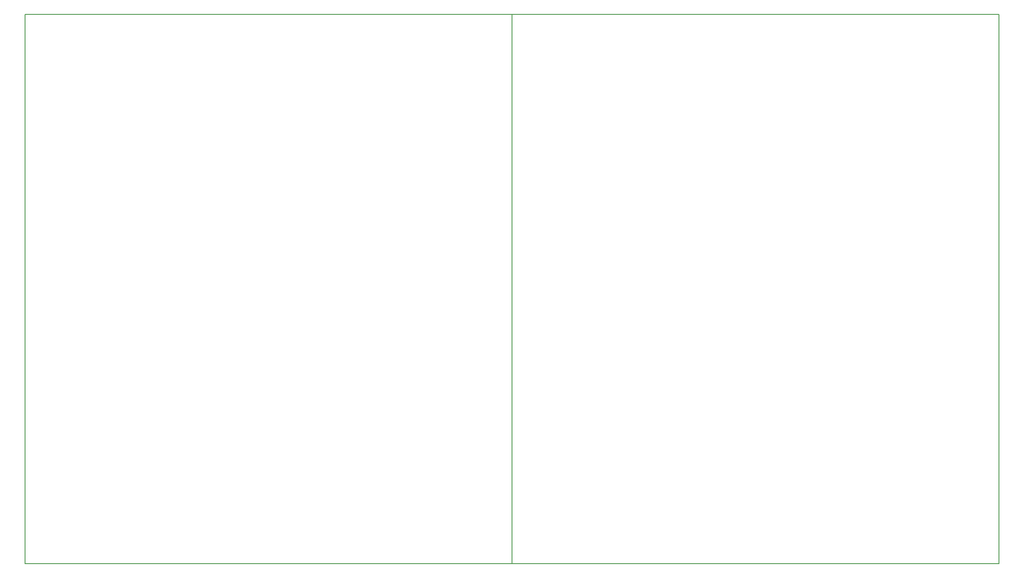
<source format=gbr>
%TF.GenerationSoftware,KiCad,Pcbnew,(5.1.7-0-10_14)*%
%TF.CreationDate,2021-04-20T14:35:29-04:00*%
%TF.ProjectId,Oscillator,4f736369-6c6c-4617-946f-722e6b696361,rev?*%
%TF.SameCoordinates,Original*%
%TF.FileFunction,Profile,NP*%
%FSLAX46Y46*%
G04 Gerber Fmt 4.6, Leading zero omitted, Abs format (unit mm)*
G04 Created by KiCad (PCBNEW (5.1.7-0-10_14)) date 2021-04-20 14:35:29*
%MOMM*%
%LPD*%
G01*
G04 APERTURE LIST*
%TA.AperFunction,Profile*%
%ADD10C,0.200000*%
%TD*%
G04 APERTURE END LIST*
D10*
X167500000Y-30000000D02*
X67050000Y-30000000D01*
X167500000Y-143350000D02*
X67050000Y-143350000D01*
X67050000Y-143350000D02*
X67050000Y-30000000D01*
X267950000Y-30000000D02*
X267950000Y-143350000D01*
X167500000Y-30000000D02*
X267950000Y-30000000D01*
X167500000Y-143350000D02*
X267950000Y-143350000D01*
X167500000Y-30000000D02*
X167500000Y-143350000D01*
M02*

</source>
